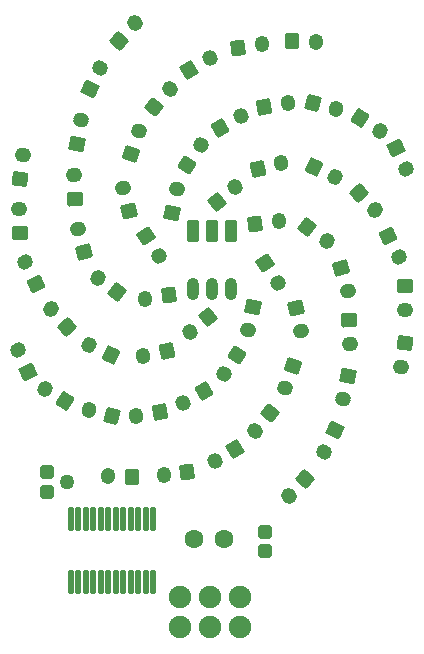
<source format=gbr>
%TF.GenerationSoftware,KiCad,Pcbnew,8.0.6*%
%TF.CreationDate,2024-11-10T20:15:22+09:00*%
%TF.ProjectId,sao-petal,73616f2d-7065-4746-916c-2e6b69636164,-*%
%TF.SameCoordinates,Original*%
%TF.FileFunction,Soldermask,Top*%
%TF.FilePolarity,Negative*%
%FSLAX46Y46*%
G04 Gerber Fmt 4.6, Leading zero omitted, Abs format (unit mm)*
G04 Created by KiCad (PCBNEW 8.0.6) date 2024-11-10 20:15:22*
%MOMM*%
%LPD*%
G01*
G04 APERTURE LIST*
G04 Aperture macros list*
%AMRoundRect*
0 Rectangle with rounded corners*
0 $1 Rounding radius*
0 $2 $3 $4 $5 $6 $7 $8 $9 X,Y pos of 4 corners*
0 Add a 4 corners polygon primitive as box body*
4,1,4,$2,$3,$4,$5,$6,$7,$8,$9,$2,$3,0*
0 Add four circle primitives for the rounded corners*
1,1,$1+$1,$2,$3*
1,1,$1+$1,$4,$5*
1,1,$1+$1,$6,$7*
1,1,$1+$1,$8,$9*
0 Add four rect primitives between the rounded corners*
20,1,$1+$1,$2,$3,$4,$5,0*
20,1,$1+$1,$4,$5,$6,$7,0*
20,1,$1+$1,$6,$7,$8,$9,0*
20,1,$1+$1,$8,$9,$2,$3,0*%
G04 Aperture macros list end*
%ADD10RoundRect,0.134112X-0.425891X0.567172X-0.607346X-0.366331X0.425891X-0.567172X0.607346X0.366331X0*%
%ADD11RoundRect,0.536448X-0.107717X0.095459X-0.135633X-0.048157X0.107717X-0.095459X0.135633X0.048157X0*%
%ADD12RoundRect,0.134112X-0.276029X0.653357X-0.677929X-0.208520X0.276029X-0.653357X0.677929X0.208520X0*%
%ADD13RoundRect,0.536448X-0.081423X0.118683X-0.143254X-0.013914X0.081423X-0.118683X0.143254X0.013914X0*%
%ADD14C,1.600200*%
%ADD15RoundRect,0.134112X0.136514X0.696011X-0.678631X0.206222X-0.136514X-0.696011X0.678631X-0.206222X0*%
%ADD16RoundRect,0.536448X-0.001136X0.143924X-0.126544X0.068572X0.001136X-0.143924X0.126544X-0.068572X0*%
%ADD17RoundRect,0.134112X0.454991X-0.544106X0.587341X0.397615X-0.454991X0.544106X-0.587341X-0.397615X0*%
%ADD18RoundRect,0.536448X0.112565X-0.089691X0.132926X0.055189X-0.112565X0.089691X-0.132926X-0.055189X0*%
%ADD19RoundRect,0.134112X0.709185X0.011178X0.060621X0.706677X-0.709185X-0.011178X-0.060621X-0.706677X0*%
%ADD20RoundRect,0.536448X0.140542X0.031035X0.040763X0.138035X-0.140542X-0.031035X-0.040763X-0.138035X0*%
%ADD21RoundRect,0.134112X0.534506X-0.466231X0.517909X0.484601X-0.534506X0.466231X-0.517909X-0.484601X0*%
%ADD22RoundRect,0.536448X0.125210X-0.070978X0.122656X0.075304X-0.125210X0.070978X-0.122656X-0.075304X0*%
%ADD23RoundRect,0.134112X-0.534506X0.466231X-0.517909X-0.484601X0.534506X-0.466231X0.517909X0.484601X0*%
%ADD24RoundRect,0.536448X-0.125210X0.070978X-0.122656X-0.075304X0.125210X-0.070978X0.122656X0.075304X0*%
%ADD25RoundRect,0.134112X-0.484601X-0.517909X0.466231X-0.534506X0.484601X0.517909X-0.466231X0.534506X0*%
%ADD26RoundRect,0.536448X-0.075304X-0.122656X0.070978X-0.125210X0.075304X0.122656X-0.070978X0.125210X0*%
%ADD27RoundRect,0.134112X-0.595499X-0.385290X0.323073X-0.631421X0.595499X0.385290X-0.323073X0.631421X0*%
%ADD28RoundRect,0.536448X-0.102741X-0.100795X0.038578X-0.138662X0.102741X0.100795X-0.038578X0.138662X0*%
%ADD29O,1.041400X1.879600*%
%ADD30RoundRect,0.208280X0.312420X-0.731520X0.312420X0.731520X-0.312420X0.731520X-0.312420X-0.731520X0*%
%ADD31RoundRect,0.134112X0.550452X-0.447293X0.500682X0.502380X-0.550452X0.447293X-0.500682X-0.502380X0*%
%ADD32RoundRect,0.536448X0.127611X-0.066565X0.119954X0.079539X-0.127611X0.066565X-0.119954X-0.079539X0*%
%ADD33RoundRect,0.134112X0.376875X0.600860X-0.559653X0.435725X-0.376875X-0.600860X0.559653X-0.435725X0*%
%ADD34RoundRect,0.536448X0.050517X0.134772X-0.093565X0.109366X-0.050517X-0.134772X0.093565X-0.109366X0*%
%ADD35RoundRect,0.134112X-0.653357X-0.276029X0.208520X-0.677929X0.653357X0.276029X-0.208520X0.677929X0*%
%ADD36RoundRect,0.536448X-0.118683X-0.081423X0.013914X-0.143254X0.118683X0.081423X-0.013914X0.143254X0*%
%ADD37RoundRect,0.134112X0.148641X0.693523X-0.674929X0.218035X-0.148641X-0.693523X0.674929X-0.218035X0*%
%ADD38RoundRect,0.536448X0.001375X0.143922X-0.125327X0.070770X-0.001375X-0.143922X0.125327X-0.070770X0*%
%ADD39RoundRect,0.134112X0.625686X-0.334043X0.395624X0.588685X-0.625686X0.334043X-0.395624X-0.588685X0*%
%ADD40RoundRect,0.536448X0.137967X-0.040992X0.102573X0.100966X-0.137967X0.040992X-0.102573X-0.100966X0*%
%ADD41RoundRect,0.134112X-0.454991X0.544106X-0.587341X-0.397615X0.454991X-0.544106X0.587341X0.397615X0*%
%ADD42RoundRect,0.536448X-0.112565X0.089691X-0.132926X-0.055189X0.112565X-0.089691X0.132926X0.055189X0*%
%ADD43RoundRect,0.134112X0.595499X0.385290X-0.323073X0.631421X-0.595499X-0.385290X0.323073X-0.631421X0*%
%ADD44RoundRect,0.536448X0.102741X0.100795X-0.038578X0.138662X-0.102741X-0.100795X0.038578X-0.138662X0*%
%ADD45RoundRect,0.134112X0.085246X-0.704131X0.709143X0.013579X-0.085246X0.704131X-0.709143X-0.013579X0*%
%ADD46RoundRect,0.536448X0.045556X-0.136528X0.141540X-0.026111X-0.045556X0.136528X-0.141540X0.026111X0*%
%ADD47RoundRect,0.134112X-0.682127X-0.194347X0.124347X-0.698288X0.682127X0.194347X-0.124347X0.698288X0*%
%ADD48RoundRect,0.536448X-0.127721X-0.066353X-0.003648X-0.143882X0.127721X0.066353X0.003648X0.143882X0*%
%ADD49O,1.903200X1.903200*%
%ADD50RoundRect,0.288300X-0.313300X0.288300X-0.313300X-0.288300X0.313300X-0.288300X0.313300X0.288300X0*%
%ADD51RoundRect,0.134112X0.631421X-0.323073X0.385290X0.595499X-0.631421X0.323073X-0.385290X-0.595499X0*%
%ADD52RoundRect,0.536448X0.138662X-0.038578X0.100795X0.102741X-0.138662X0.038578X-0.100795X-0.102741X0*%
%ADD53RoundRect,0.134112X-0.060621X0.706677X-0.709185X0.011178X0.060621X-0.706677X0.709185X-0.011178X0*%
%ADD54RoundRect,0.536448X-0.040763X0.138035X-0.140542X0.031035X0.040763X-0.138035X0.140542X-0.031035X0*%
%ADD55RoundRect,0.134112X-0.025954X-0.708798X0.702536X-0.097522X0.025954X0.708798X-0.702536X0.097522X0*%
%ADD56RoundRect,0.536448X0.023637X-0.141974X0.135712X-0.047932X-0.023637X0.141974X-0.135712X0.047932X0*%
%ADD57RoundRect,0.134112X-0.681465X0.196656X-0.264584X-0.658075X0.681465X-0.196656X0.264584X0.658075X0*%
%ADD58RoundRect,0.536448X-0.143475X0.011412X-0.079340X-0.120086X0.143475X-0.011412X0.079340X0.120086X0*%
%ADD59RoundRect,0.134112X-0.397615X-0.587341X0.544106X-0.454991X0.397615X0.587341X-0.544106X0.454991X0*%
%ADD60RoundRect,0.536448X-0.055189X-0.132926X0.089691X-0.112565X0.055189X0.132926X-0.089691X0.112565X0*%
%ADD61RoundRect,0.134112X-0.085246X0.704131X-0.709143X-0.013579X0.085246X-0.704131X0.709143X0.013579X0*%
%ADD62RoundRect,0.536448X-0.045556X0.136528X-0.141540X0.026111X0.045556X-0.136528X0.141540X-0.026111X0*%
%ADD63RoundRect,0.134112X0.397615X0.587341X-0.544106X0.454991X-0.397615X-0.587341X0.544106X-0.454991X0*%
%ADD64RoundRect,0.536448X0.055189X0.132926X-0.089691X0.112565X-0.055189X-0.132926X0.089691X-0.112565X0*%
%ADD65RoundRect,0.134112X0.158381X-0.691363X0.703839X0.087631X-0.158381X0.691363X-0.703839X-0.087631X0*%
%ADD66RoundRect,0.536448X0.059577X-0.131019X0.143494X-0.011173X-0.059577X0.131019X-0.143494X0.011173X0*%
%ADD67RoundRect,0.134112X-0.625686X0.334043X-0.395624X-0.588685X0.625686X-0.334043X0.395624X0.588685X0*%
%ADD68RoundRect,0.536448X-0.137967X0.040992X-0.102573X-0.100966X0.137967X-0.040992X0.102573X0.100966X0*%
%ADD69RoundRect,0.134112X-0.636963X0.312004X-0.374838X-0.602133X0.636963X-0.312004X0.374838X0.602133X0*%
%ADD70RoundRect,0.536448X-0.139314X0.036152X-0.098987X-0.104484X0.139314X-0.036152X0.098987X0.104484X0*%
%ADD71RoundRect,0.134112X0.276029X-0.653357X0.677929X0.208520X-0.276029X0.653357X-0.677929X-0.208520X0*%
%ADD72RoundRect,0.536448X0.081423X-0.118683X0.143254X0.013914X-0.081423X0.118683X-0.143254X-0.013914X0*%
%ADD73RoundRect,0.134112X0.415928X-0.574519X0.613647X0.355676X-0.415928X0.574519X-0.613647X-0.355676X0*%
%ADD74RoundRect,0.536448X0.106034X-0.097325X0.136453X0.045782X-0.106034X0.097325X-0.136453X-0.045782X0*%
%ADD75RoundRect,0.134112X-0.700352X0.112141X-0.182413X-0.685415X0.700352X-0.112141X0.182413X0.685415X0*%
%ADD76RoundRect,0.536448X-0.143796X-0.006159X-0.064113X-0.128860X0.143796X0.006159X0.064113X0.128860X0*%
%ADD77RoundRect,0.134112X-0.694022X-0.146291X0.075334X-0.705261X0.694022X0.146291X-0.075334X0.705261X0*%
%ADD78RoundRect,0.536448X-0.132038X-0.057282X-0.013676X-0.143277X0.132038X0.057282X0.013676X0.143277X0*%
%ADD79RoundRect,0.134112X-0.158381X0.691363X-0.703839X-0.087631X0.158381X-0.691363X0.703839X0.087631X0*%
%ADD80RoundRect,0.536448X-0.059577X0.131019X-0.143494X0.011173X0.059577X-0.131019X0.143494X-0.011173X0*%
%ADD81RoundRect,0.134112X-0.342811X0.620925X-0.652419X-0.278240X0.342811X-0.620925X0.652419X0.278240X0*%
%ADD82RoundRect,0.536448X-0.093383X0.109521X-0.141015X-0.028812X0.093383X-0.109521X0.141015X0.028812X0*%
%ADD83RoundRect,0.134112X0.342811X-0.620925X0.652419X0.278240X-0.342811X0.620925X-0.652419X-0.278240X0*%
%ADD84RoundRect,0.536448X0.093383X-0.109521X0.141015X0.028812X-0.093383X0.109521X-0.141015X-0.028812X0*%
%ADD85RoundRect,0.134112X0.344912X0.619761X-0.581690X0.405838X-0.344912X-0.619761X0.581690X-0.405838X0*%
%ADD86RoundRect,0.536448X0.043394X0.137231X-0.099160X0.104319X-0.043394X-0.137231X0.099160X-0.104319X0*%
%ADD87RoundRect,0.134112X-0.344912X-0.619761X0.581690X-0.405838X0.344912X0.619761X-0.581690X0.405838X0*%
%ADD88RoundRect,0.536448X-0.043394X-0.137231X0.099160X-0.104319X0.043394X0.137231X-0.099160X0.104319X0*%
%ADD89RoundRect,0.134112X0.060621X-0.706677X0.709185X-0.011178X-0.060621X0.706677X-0.709185X0.011178X0*%
%ADD90RoundRect,0.536448X0.040763X-0.138035X0.140542X-0.031035X-0.040763X0.138035X-0.140542X0.031035X0*%
%ADD91RoundRect,0.134112X0.493566X0.509373X-0.456831X0.542562X-0.493566X-0.509373X0.456831X-0.542562X0*%
%ADD92RoundRect,0.536448X0.077433X0.121324X-0.068782X0.126429X-0.077433X-0.121324X0.068782X-0.126429X0*%
%ADD93RoundRect,0.134112X-0.136514X-0.696011X0.678631X-0.206222X0.136514X0.696011X-0.678631X0.206222X0*%
%ADD94RoundRect,0.536448X0.001136X-0.143924X0.126544X-0.068572X-0.001136X0.143924X-0.126544X0.068572X0*%
%ADD95RoundRect,0.134112X0.025954X0.708798X-0.702536X0.097522X-0.025954X-0.708798X0.702536X-0.097522X0*%
%ADD96RoundRect,0.536448X-0.023637X0.141974X-0.135712X0.047932X0.023637X-0.141974X0.135712X-0.047932X0*%
%ADD97RoundRect,0.101600X0.180000X-0.875000X0.180000X0.875000X-0.180000X0.875000X-0.180000X-0.875000X0*%
%ADD98RoundRect,0.140800X0.140800X-0.835800X0.140800X0.835800X-0.140800X0.835800X-0.140800X-0.835800X0*%
%ADD99RoundRect,0.134112X0.425891X-0.567172X0.607346X0.366331X-0.425891X0.567172X-0.607346X-0.366331X0*%
%ADD100RoundRect,0.536448X0.107717X-0.095459X0.135633X0.048157X-0.107717X0.095459X-0.135633X-0.048157X0*%
%ADD101RoundRect,0.134112X0.677929X-0.208520X0.276029X0.653357X-0.677929X0.208520X-0.276029X-0.653357X0*%
%ADD102RoundRect,0.536448X0.143254X-0.013914X0.081423X0.118683X-0.143254X0.013914X-0.081423X-0.118683X0*%
%ADD103RoundRect,0.134112X0.682127X0.194347X-0.124347X0.698288X-0.682127X-0.194347X0.124347X-0.698288X0*%
%ADD104RoundRect,0.536448X0.127721X0.066353X0.003648X0.143882X-0.127721X-0.066353X-0.003648X-0.143882X0*%
%ADD105RoundRect,0.134112X-0.709185X-0.011178X-0.060621X-0.706677X0.709185X0.011178X0.060621X0.706677X0*%
%ADD106RoundRect,0.536448X-0.140542X-0.031035X-0.040763X-0.138035X0.140542X0.031035X0.040763X0.138035X0*%
%ADD107RoundRect,0.134112X-0.148641X-0.693523X0.674929X-0.218035X0.148641X0.693523X-0.674929X0.218035X0*%
%ADD108RoundRect,0.536448X-0.001375X-0.143922X0.125327X-0.070770X0.001375X0.143922X-0.125327X0.070770X0*%
%ADD109RoundRect,0.134112X0.694022X0.146291X-0.075334X0.705261X-0.694022X-0.146291X0.075334X-0.705261X0*%
%ADD110RoundRect,0.536448X0.132038X0.057282X0.013676X0.143277X-0.132038X-0.057282X-0.013676X-0.143277X0*%
%ADD111RoundRect,0.134112X-0.376875X-0.600860X0.559653X-0.435725X0.376875X0.600860X-0.559653X0.435725X0*%
%ADD112RoundRect,0.536448X-0.050517X-0.134772X0.093565X-0.109366X0.050517X0.134772X-0.093565X0.109366X0*%
%ADD113C,1.270000*%
%ADD114RoundRect,0.134112X0.653357X0.276029X-0.208520X0.677929X-0.653357X-0.276029X0.208520X-0.677929X0*%
%ADD115RoundRect,0.536448X0.118683X0.081423X-0.013914X0.143254X-0.118683X-0.081423X0.013914X-0.143254X0*%
%ADD116RoundRect,0.134112X0.681465X-0.196656X0.264584X0.658075X-0.681465X0.196656X-0.264584X-0.658075X0*%
%ADD117RoundRect,0.536448X0.143475X-0.011412X0.079340X0.120086X-0.143475X0.011412X-0.079340X-0.120086X0*%
%ADD118RoundRect,0.134112X-0.415928X0.574519X-0.613647X-0.355676X0.415928X-0.574519X0.613647X0.355676X0*%
%ADD119RoundRect,0.536448X-0.106034X0.097325X-0.136453X-0.045782X0.106034X-0.097325X0.136453X0.045782X0*%
%ADD120RoundRect,0.134112X-0.550452X0.447293X-0.500682X-0.502380X0.550452X-0.447293X0.500682X0.502380X0*%
%ADD121RoundRect,0.536448X-0.127611X0.066565X-0.119954X-0.079539X0.127611X-0.066565X0.119954X0.079539X0*%
%ADD122RoundRect,0.134112X-0.677929X0.208520X-0.276029X-0.653357X0.677929X-0.208520X0.276029X0.653357X0*%
%ADD123RoundRect,0.536448X-0.143254X0.013914X-0.081423X-0.118683X0.143254X-0.013914X0.081423X0.118683X0*%
G04 APERTURE END LIST*
D10*
%TO.C,LED26*%
X149335912Y-92059717D03*
D11*
X148948188Y-94054383D03*
%TD*%
D12*
%TO.C,LED27*%
X148215630Y-96649361D03*
D13*
X147356870Y-98490979D03*
%TD*%
D14*
%TO.C,TP2*%
X136336250Y-105843570D03*
%TD*%
D15*
%TO.C,LED33*%
X139792532Y-98266091D03*
D16*
X138050768Y-99312649D03*
%TD*%
D17*
%TO.C,LED49*%
X121559050Y-75411482D03*
D18*
X121841850Y-73399258D03*
%TD*%
D19*
%TO.C,LED46*%
X125593760Y-87899225D03*
D20*
X124207940Y-86413115D03*
%TD*%
D21*
%TO.C,LED48*%
X121540382Y-79993215D03*
D22*
X121504918Y-77961525D03*
%TD*%
D23*
%TO.C,LED20*%
X154169318Y-84489325D03*
D24*
X154204782Y-86521015D03*
%TD*%
D25*
%TO.C,LED7*%
X144611405Y-63745038D03*
D26*
X146643095Y-63780502D03*
%TD*%
D27*
%TO.C,LED12*%
X146347669Y-68960810D03*
D28*
X148310431Y-69486730D03*
%TD*%
D29*
%TO.C,LED57*%
X136238140Y-84678350D03*
D30*
X136238140Y-79778350D03*
D29*
X137838140Y-84678350D03*
D30*
X137838140Y-79778350D03*
D29*
X139438140Y-84678350D03*
D30*
X139438140Y-79778350D03*
%TD*%
D31*
%TO.C,LED53*%
X126264313Y-77097008D03*
D32*
X126157967Y-75067792D03*
%TD*%
D33*
%TO.C,LED39*%
X133445215Y-95133143D03*
D34*
X131444085Y-95485997D03*
%TD*%
D35*
%TO.C,LED17*%
X146433641Y-74382390D03*
D36*
X148275259Y-75241150D03*
%TD*%
D37*
%TO.C,LED38*%
X137159932Y-93379170D03*
D38*
X135400168Y-94395170D03*
%TD*%
D39*
%TO.C,LED2*%
X130789603Y-78121240D03*
D40*
X130298017Y-76149600D03*
%TD*%
D41*
%TO.C,LED21*%
X154150650Y-89299658D03*
D42*
X153867850Y-91311882D03*
%TD*%
D43*
%TO.C,LED40*%
X129362031Y-95496330D03*
D44*
X127399269Y-94970410D03*
%TD*%
D45*
%TO.C,LED4*%
X132921094Y-69279355D03*
D46*
X134254206Y-67745785D03*
%TD*%
D47*
%TO.C,LED13*%
X150328233Y-70234772D03*
D48*
X152051467Y-71311568D03*
%TD*%
D49*
%TO.C,J1*%
X140166250Y-110803570D03*
X140166250Y-113343570D03*
X137626250Y-110803570D03*
X137626251Y-113343570D03*
X135086250Y-110803570D03*
X135086250Y-113343570D03*
%TD*%
D50*
%TO.C,C1*%
X123836250Y-101893570D03*
X123836250Y-100243570D03*
%TD*%
D51*
%TO.C,LED52*%
X126992610Y-81558951D03*
D52*
X126466690Y-79596189D03*
%TD*%
D53*
%TO.C,LED28*%
X145735960Y-100764115D03*
D54*
X144350140Y-102250225D03*
%TD*%
D55*
%TO.C,LED15*%
X138219549Y-77369842D03*
D56*
X139776151Y-76063698D03*
%TD*%
D57*
%TO.C,LED19*%
X152776465Y-80197795D03*
D58*
X153667235Y-82024145D03*
%TD*%
D59*
%TO.C,LED6*%
X140074538Y-64285170D03*
D60*
X142086762Y-64002370D03*
%TD*%
D61*
%TO.C,LED32*%
X142788606Y-95177785D03*
D62*
X141455494Y-96711355D03*
%TD*%
D63*
%TO.C,LED34*%
X135762162Y-100171970D03*
D64*
X133749938Y-100454770D03*
%TD*%
D65*
%TO.C,LED9*%
X135722696Y-74196228D03*
D66*
X136888204Y-72531712D03*
%TD*%
D67*
%TO.C,LED30*%
X144911247Y-86336280D03*
D68*
X145402833Y-88307920D03*
%TD*%
D69*
%TO.C,LED24*%
X148750802Y-82902928D03*
D70*
X149310898Y-84856212D03*
%TD*%
D71*
%TO.C,LED55*%
X127494070Y-67807779D03*
D72*
X128352830Y-65966161D03*
%TD*%
D73*
%TO.C,LED8*%
X134443212Y-78243968D03*
D74*
X134865688Y-76256372D03*
%TD*%
D75*
%TO.C,LED1*%
X132272297Y-80233481D03*
D76*
X133379003Y-81937659D03*
%TD*%
D77*
%TO.C,LED23*%
X145919599Y-79469470D03*
D78*
X147563521Y-80663850D03*
%TD*%
D79*
%TO.C,LED37*%
X139987004Y-90260912D03*
D80*
X138821496Y-91925428D03*
%TD*%
D81*
%TO.C,LED31*%
X144713427Y-91199323D03*
D82*
X144051873Y-93120617D03*
%TD*%
D83*
%TO.C,LED3*%
X130996273Y-73257817D03*
D84*
X131657827Y-71336523D03*
%TD*%
D85*
%TO.C,LED44*%
X133993410Y-89924820D03*
D86*
X132013490Y-90381920D03*
%TD*%
D87*
%TO.C,LED16*%
X141716290Y-74532320D03*
D88*
X143696210Y-74075220D03*
%TD*%
D14*
%TO.C,TP3*%
X138836250Y-105843570D03*
%TD*%
D89*
%TO.C,LED56*%
X129973740Y-63693025D03*
D90*
X131359560Y-62206915D03*
%TD*%
D91*
%TO.C,LED35*%
X131097831Y-100602828D03*
D92*
X129067069Y-100531912D03*
%TD*%
D93*
%TO.C,LED5*%
X135917168Y-66191049D03*
D94*
X137658932Y-65144491D03*
%TD*%
D95*
%TO.C,LED43*%
X137490151Y-87087298D03*
D96*
X135933549Y-88393442D03*
%TD*%
D97*
%TO.C,U1*%
X125886250Y-109481070D03*
D98*
X126521250Y-109481070D03*
X127156250Y-109481070D03*
X127791250Y-109481070D03*
X128426250Y-109481070D03*
X129061250Y-109481070D03*
X129696250Y-109481070D03*
X130331250Y-109481070D03*
X130966250Y-109481070D03*
X131601250Y-109481070D03*
X132236250Y-109481070D03*
X132871250Y-109481070D03*
X132871250Y-104206070D03*
X132236250Y-104206070D03*
X131601250Y-104206070D03*
X130966250Y-104206070D03*
X130331250Y-104206070D03*
X129696250Y-104206070D03*
X129061250Y-104206070D03*
X128426250Y-104206070D03*
X127791250Y-104206070D03*
X127156250Y-104206070D03*
X126521250Y-104206070D03*
X125886250Y-104206070D03*
%TD*%
D99*
%TO.C,LED54*%
X126373788Y-72397423D03*
D100*
X126761512Y-70402757D03*
%TD*%
D101*
%TO.C,LED42*%
X122282230Y-91709179D03*
D102*
X121423470Y-89867561D03*
%TD*%
D103*
%TO.C,LED41*%
X125381467Y-94222368D03*
D104*
X123658233Y-93145572D03*
%TD*%
D63*
%TO.C,LED50*%
X134191122Y-85247090D03*
D64*
X132178898Y-85529890D03*
%TD*%
D105*
%TO.C,LED18*%
X150268340Y-76557915D03*
D106*
X151654160Y-78044025D03*
%TD*%
D59*
%TO.C,LED22*%
X141518578Y-79210050D03*
D60*
X143530802Y-78927250D03*
%TD*%
D107*
%TO.C,LED10*%
X138549768Y-71077970D03*
D108*
X140309532Y-70061970D03*
%TD*%
D109*
%TO.C,LED51*%
X129790101Y-84987670D03*
D110*
X128146179Y-83793290D03*
%TD*%
D111*
%TO.C,LED11*%
X142264485Y-69323997D03*
D112*
X144265615Y-68971143D03*
%TD*%
D113*
%TO.C,TP1*%
X125586650Y-101075370D03*
%TD*%
D114*
%TO.C,LED45*%
X129276059Y-90328750D03*
D115*
X127434441Y-89469990D03*
%TD*%
D116*
%TO.C,LED47*%
X122933235Y-84259345D03*
D117*
X122042465Y-82432995D03*
%TD*%
D118*
%TO.C,LED36*%
X141266488Y-86213172D03*
D119*
X140844012Y-88200768D03*
%TD*%
D50*
%TO.C,R6*%
X142336250Y-106918570D03*
X142336250Y-105268570D03*
%TD*%
D120*
%TO.C,LED25*%
X149445387Y-87360132D03*
D121*
X149551733Y-89389348D03*
%TD*%
D75*
%TO.C,LED29*%
X142330697Y-82519481D03*
D76*
X143437403Y-84223659D03*
%TD*%
D122*
%TO.C,LED14*%
X153427470Y-72747961D03*
D123*
X154286230Y-74589579D03*
%TD*%
M02*

</source>
